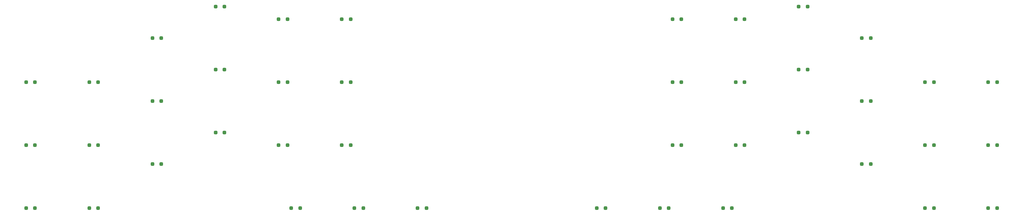
<source format=gbp>
G04 #@! TF.GenerationSoftware,KiCad,Pcbnew,7.0.5-0*
G04 #@! TF.CreationDate,2023-06-04T16:05:39+02:00*
G04 #@! TF.ProjectId,kbd,6b62642e-6b69-4636-9164-5f7063625858,v1.0.0*
G04 #@! TF.SameCoordinates,Original*
G04 #@! TF.FileFunction,Paste,Bot*
G04 #@! TF.FilePolarity,Positive*
%FSLAX46Y46*%
G04 Gerber Fmt 4.6, Leading zero omitted, Abs format (unit mm)*
G04 Created by KiCad (PCBNEW 7.0.5-0) date 2023-06-04 16:05:39*
%MOMM*%
%LPD*%
G01*
G04 APERTURE LIST*
G04 Aperture macros list*
%AMRoundRect*
0 Rectangle with rounded corners*
0 $1 Rounding radius*
0 $2 $3 $4 $5 $6 $7 $8 $9 X,Y pos of 4 corners*
0 Add a 4 corners polygon primitive as box body*
4,1,4,$2,$3,$4,$5,$6,$7,$8,$9,$2,$3,0*
0 Add four circle primitives for the rounded corners*
1,1,$1+$1,$2,$3*
1,1,$1+$1,$4,$5*
1,1,$1+$1,$6,$7*
1,1,$1+$1,$8,$9*
0 Add four rect primitives between the rounded corners*
20,1,$1+$1,$2,$3,$4,$5,0*
20,1,$1+$1,$4,$5,$6,$7,0*
20,1,$1+$1,$6,$7,$8,$9,0*
20,1,$1+$1,$8,$9,$2,$3,0*%
G04 Aperture macros list end*
%ADD10RoundRect,0.250000X0.250000X0.250000X-0.250000X0.250000X-0.250000X-0.250000X0.250000X-0.250000X0*%
G04 APERTURE END LIST*
D10*
G04 #@! TO.C,D33*
X318720000Y-48136000D03*
X316220000Y-48136000D03*
G04 #@! TD*
G04 #@! TO.C,D5*
X119020000Y-87230000D03*
X116520000Y-87230000D03*
G04 #@! TD*
G04 #@! TO.C,D3*
X101250000Y-69460000D03*
X98750000Y-69460000D03*
G04 #@! TD*
G04 #@! TO.C,D7*
X136790000Y-92561000D03*
X134290000Y-92561000D03*
G04 #@! TD*
G04 #@! TO.C,D20*
X193654000Y-105000000D03*
X191154000Y-105000000D03*
G04 #@! TD*
G04 #@! TO.C,D27*
X354260000Y-69460000D03*
X351760000Y-69460000D03*
G04 #@! TD*
G04 #@! TO.C,D18*
X190100000Y-51690000D03*
X187600000Y-51690000D03*
G04 #@! TD*
G04 #@! TO.C,D35*
X300950000Y-69460000D03*
X298450000Y-69460000D03*
G04 #@! TD*
G04 #@! TO.C,D31*
X318720000Y-83676000D03*
X316220000Y-83676000D03*
G04 #@! TD*
G04 #@! TO.C,D15*
X172330000Y-51690000D03*
X169830000Y-51690000D03*
G04 #@! TD*
G04 #@! TO.C,D24*
X372030000Y-69460000D03*
X369530000Y-69460000D03*
G04 #@! TD*
G04 #@! TO.C,D16*
X190100000Y-87230000D03*
X187600000Y-87230000D03*
G04 #@! TD*
G04 #@! TO.C,D9*
X136790000Y-57021000D03*
X134290000Y-57021000D03*
G04 #@! TD*
G04 #@! TO.C,D34*
X300950000Y-87230000D03*
X298450000Y-87230000D03*
G04 #@! TD*
G04 #@! TO.C,D23*
X372030000Y-87230000D03*
X369530000Y-87230000D03*
G04 #@! TD*
G04 #@! TO.C,D8*
X136790000Y-74791000D03*
X134290000Y-74791000D03*
G04 #@! TD*
G04 #@! TO.C,D21*
X211424000Y-105000000D03*
X208924000Y-105000000D03*
G04 #@! TD*
G04 #@! TO.C,D13*
X172330000Y-87230000D03*
X169830000Y-87230000D03*
G04 #@! TD*
G04 #@! TO.C,D1*
X101250000Y-105000000D03*
X98750000Y-105000000D03*
G04 #@! TD*
G04 #@! TO.C,D4*
X119020000Y-105000000D03*
X116520000Y-105000000D03*
G04 #@! TD*
G04 #@! TO.C,D6*
X119020000Y-69460000D03*
X116520000Y-69460000D03*
G04 #@! TD*
G04 #@! TO.C,D14*
X172330000Y-69460000D03*
X169830000Y-69460000D03*
G04 #@! TD*
G04 #@! TO.C,D29*
X336490000Y-74791000D03*
X333990000Y-74791000D03*
G04 #@! TD*
G04 #@! TO.C,D25*
X354260000Y-105000000D03*
X351760000Y-105000000D03*
G04 #@! TD*
G04 #@! TO.C,D30*
X336490000Y-57021000D03*
X333990000Y-57021000D03*
G04 #@! TD*
G04 #@! TO.C,D22*
X372030000Y-105000000D03*
X369530000Y-105000000D03*
G04 #@! TD*
G04 #@! TO.C,D32*
X318720000Y-65906000D03*
X316220000Y-65906000D03*
G04 #@! TD*
G04 #@! TO.C,D10*
X154560000Y-83676000D03*
X152060000Y-83676000D03*
G04 #@! TD*
G04 #@! TO.C,D19*
X175884000Y-105000000D03*
X173384000Y-105000000D03*
G04 #@! TD*
G04 #@! TO.C,D37*
X283180000Y-87230000D03*
X280680000Y-87230000D03*
G04 #@! TD*
G04 #@! TO.C,D38*
X283180000Y-69460000D03*
X280680000Y-69460000D03*
G04 #@! TD*
G04 #@! TO.C,D39*
X283180000Y-51690000D03*
X280680000Y-51690000D03*
G04 #@! TD*
G04 #@! TO.C,D40*
X297396000Y-105000000D03*
X294896000Y-105000000D03*
G04 #@! TD*
G04 #@! TO.C,D26*
X354260000Y-87230000D03*
X351760000Y-87230000D03*
G04 #@! TD*
G04 #@! TO.C,D12*
X154560000Y-48136000D03*
X152060000Y-48136000D03*
G04 #@! TD*
G04 #@! TO.C,D36*
X300950000Y-51690000D03*
X298450000Y-51690000D03*
G04 #@! TD*
G04 #@! TO.C,D2*
X101250000Y-87230000D03*
X98750000Y-87230000D03*
G04 #@! TD*
G04 #@! TO.C,D42*
X261856000Y-105000000D03*
X259356000Y-105000000D03*
G04 #@! TD*
G04 #@! TO.C,D17*
X190100000Y-69460000D03*
X187600000Y-69460000D03*
G04 #@! TD*
G04 #@! TO.C,D41*
X279626000Y-105000000D03*
X277126000Y-105000000D03*
G04 #@! TD*
G04 #@! TO.C,D28*
X336490000Y-92561000D03*
X333990000Y-92561000D03*
G04 #@! TD*
G04 #@! TO.C,D11*
X154560000Y-65906000D03*
X152060000Y-65906000D03*
G04 #@! TD*
M02*

</source>
